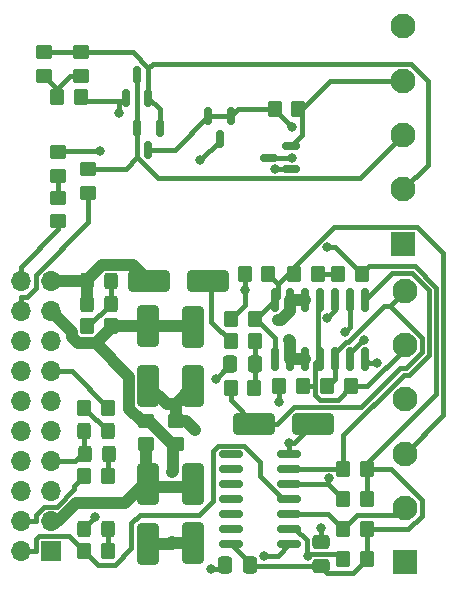
<source format=gbr>
%TF.GenerationSoftware,KiCad,Pcbnew,8.0.0-rc2-358-gd9abaa23a4*%
%TF.CreationDate,2024-02-08T19:09:11+01:00*%
%TF.ProjectId,xDuinoRail-Breakout-RailcomDetect,78447569-6e6f-4526-9169-6c2d42726561,rev?*%
%TF.SameCoordinates,Original*%
%TF.FileFunction,Copper,L1,Top*%
%TF.FilePolarity,Positive*%
%FSLAX46Y46*%
G04 Gerber Fmt 4.6, Leading zero omitted, Abs format (unit mm)*
G04 Created by KiCad (PCBNEW 8.0.0-rc2-358-gd9abaa23a4) date 2024-02-08 19:09:11*
%MOMM*%
%LPD*%
G01*
G04 APERTURE LIST*
G04 Aperture macros list*
%AMRoundRect*
0 Rectangle with rounded corners*
0 $1 Rounding radius*
0 $2 $3 $4 $5 $6 $7 $8 $9 X,Y pos of 4 corners*
0 Add a 4 corners polygon primitive as box body*
4,1,4,$2,$3,$4,$5,$6,$7,$8,$9,$2,$3,0*
0 Add four circle primitives for the rounded corners*
1,1,$1+$1,$2,$3*
1,1,$1+$1,$4,$5*
1,1,$1+$1,$6,$7*
1,1,$1+$1,$8,$9*
0 Add four rect primitives between the rounded corners*
20,1,$1+$1,$2,$3,$4,$5,0*
20,1,$1+$1,$4,$5,$6,$7,0*
20,1,$1+$1,$6,$7,$8,$9,0*
20,1,$1+$1,$8,$9,$2,$3,0*%
G04 Aperture macros list end*
%TA.AperFunction,SMDPad,CuDef*%
%ADD10RoundRect,0.250000X-0.350000X-0.450000X0.350000X-0.450000X0.350000X0.450000X-0.350000X0.450000X0*%
%TD*%
%TA.AperFunction,SMDPad,CuDef*%
%ADD11RoundRect,0.250000X-0.450000X0.350000X-0.450000X-0.350000X0.450000X-0.350000X0.450000X0.350000X0*%
%TD*%
%TA.AperFunction,SMDPad,CuDef*%
%ADD12RoundRect,0.250000X0.350000X0.450000X-0.350000X0.450000X-0.350000X-0.450000X0.350000X-0.450000X0*%
%TD*%
%TA.AperFunction,SMDPad,CuDef*%
%ADD13RoundRect,0.250000X-0.325000X-0.450000X0.325000X-0.450000X0.325000X0.450000X-0.325000X0.450000X0*%
%TD*%
%TA.AperFunction,SMDPad,CuDef*%
%ADD14RoundRect,0.150000X-0.150000X0.587500X-0.150000X-0.587500X0.150000X-0.587500X0.150000X0.587500X0*%
%TD*%
%TA.AperFunction,SMDPad,CuDef*%
%ADD15RoundRect,0.250000X-0.650000X1.500000X-0.650000X-1.500000X0.650000X-1.500000X0.650000X1.500000X0*%
%TD*%
%TA.AperFunction,SMDPad,CuDef*%
%ADD16RoundRect,0.250000X-1.500000X-0.650000X1.500000X-0.650000X1.500000X0.650000X-1.500000X0.650000X0*%
%TD*%
%TA.AperFunction,SMDPad,CuDef*%
%ADD17RoundRect,0.150000X0.587500X0.150000X-0.587500X0.150000X-0.587500X-0.150000X0.587500X-0.150000X0*%
%TD*%
%TA.AperFunction,SMDPad,CuDef*%
%ADD18RoundRect,0.250000X0.650000X-1.500000X0.650000X1.500000X-0.650000X1.500000X-0.650000X-1.500000X0*%
%TD*%
%TA.AperFunction,SMDPad,CuDef*%
%ADD19RoundRect,0.250000X0.337500X0.475000X-0.337500X0.475000X-0.337500X-0.475000X0.337500X-0.475000X0*%
%TD*%
%TA.AperFunction,ComponentPad*%
%ADD20RoundRect,0.250001X0.799999X-0.799999X0.799999X0.799999X-0.799999X0.799999X-0.799999X-0.799999X0*%
%TD*%
%TA.AperFunction,ComponentPad*%
%ADD21C,2.100000*%
%TD*%
%TA.AperFunction,SMDPad,CuDef*%
%ADD22RoundRect,0.150000X-0.150000X0.825000X-0.150000X-0.825000X0.150000X-0.825000X0.150000X0.825000X0*%
%TD*%
%TA.AperFunction,SMDPad,CuDef*%
%ADD23RoundRect,0.150000X0.825000X0.150000X-0.825000X0.150000X-0.825000X-0.150000X0.825000X-0.150000X0*%
%TD*%
%TA.AperFunction,SMDPad,CuDef*%
%ADD24RoundRect,0.250000X0.450000X-0.350000X0.450000X0.350000X-0.450000X0.350000X-0.450000X-0.350000X0*%
%TD*%
%TA.AperFunction,SMDPad,CuDef*%
%ADD25RoundRect,0.250000X0.475000X-0.337500X0.475000X0.337500X-0.475000X0.337500X-0.475000X-0.337500X0*%
%TD*%
%TA.AperFunction,SMDPad,CuDef*%
%ADD26RoundRect,0.150000X0.150000X-0.587500X0.150000X0.587500X-0.150000X0.587500X-0.150000X-0.587500X0*%
%TD*%
%TA.AperFunction,SMDPad,CuDef*%
%ADD27RoundRect,0.250000X-0.337500X-0.475000X0.337500X-0.475000X0.337500X0.475000X-0.337500X0.475000X0*%
%TD*%
%TA.AperFunction,ComponentPad*%
%ADD28R,1.700000X1.700000*%
%TD*%
%TA.AperFunction,ComponentPad*%
%ADD29O,1.700000X1.700000*%
%TD*%
%TA.AperFunction,SMDPad,CuDef*%
%ADD30RoundRect,0.250000X0.325000X0.450000X-0.325000X0.450000X-0.325000X-0.450000X0.325000X-0.450000X0*%
%TD*%
%TA.AperFunction,ViaPad*%
%ADD31C,0.800000*%
%TD*%
%TA.AperFunction,Conductor*%
%ADD32C,0.400000*%
%TD*%
%TA.AperFunction,Conductor*%
%ADD33C,1.000000*%
%TD*%
G04 APERTURE END LIST*
D10*
%TO.P,R101,1*%
%TO.N,/RAILCOM0*%
X143780000Y-107315000D03*
%TO.P,R101,2*%
%TO.N,Net-(D101-A)*%
X145780000Y-107315000D03*
%TD*%
%TO.P,R503,1*%
%TO.N,/CN_A5*%
X165735000Y-106680000D03*
%TO.P,R503,2*%
%TO.N,+3V3*%
X167735000Y-106680000D03*
%TD*%
D11*
%TO.P,R502,1*%
%TO.N,/TRACK_B0*%
X151540800Y-102591100D03*
%TO.P,R502,2*%
%TO.N,/DCC0*%
X151540800Y-104591100D03*
%TD*%
D12*
%TO.P,R401,1*%
%TO.N,/centrale-railcom-feedback/central_railcom-power-source/DCC_NEG*%
X158210000Y-95885000D03*
%TO.P,R401,2*%
%TO.N,Net-(D401-A)*%
X156210000Y-95885000D03*
%TD*%
D10*
%TO.P,R403,1*%
%TO.N,GND*%
X156210000Y-93980000D03*
%TO.P,R403,2*%
%TO.N,+18mV*%
X158210000Y-93980000D03*
%TD*%
%TO.P,R102,1*%
%TO.N,/RAILCOM1*%
X143780000Y-113665000D03*
%TO.P,R102,2*%
%TO.N,Net-(D102-A)*%
X145780000Y-113665000D03*
%TD*%
D13*
%TO.P,D104,1,K*%
%TO.N,/DCC1*%
X144000000Y-92710000D03*
%TO.P,D104,2,A*%
%TO.N,Net-(D103-K)*%
X146050000Y-92710000D03*
%TD*%
D10*
%TO.P,R506,1*%
%TO.N,/CN_A2*%
X165735000Y-114300000D03*
%TO.P,R506,2*%
%TO.N,+3V3*%
X167735000Y-114300000D03*
%TD*%
D13*
%TO.P,D102,1,K*%
%TO.N,GND*%
X143755000Y-111760000D03*
%TO.P,D102,2,A*%
%TO.N,Net-(D102-A)*%
X145805000Y-111760000D03*
%TD*%
D14*
%TO.P,Q202,1,E*%
%TO.N,/rails_signal_feedback_dcc-railcom-8x50/RC_CURR*%
X150175000Y-77802500D03*
%TO.P,Q202,2,B*%
%TO.N,/rails_signal_feedback_dcc-railcom-8x50/RC_FB_IN*%
X148275000Y-77802500D03*
%TO.P,Q202,3,C*%
%TO.N,/rails_signal_feedback_dcc-railcom-8x50/RC_SIGNAL*%
X149225000Y-79677500D03*
%TD*%
D15*
%TO.P,D503,1,K*%
%TO.N,/DCC0*%
X153035000Y-94695000D03*
%TO.P,D503,2,A*%
%TO.N,/TRACK_B0*%
X153035000Y-99695000D03*
%TD*%
D16*
%TO.P,D401,1,K*%
%TO.N,/DCC1*%
X149305000Y-90805000D03*
%TO.P,D401,2,A*%
%TO.N,Net-(D401-A)*%
X154305000Y-90805000D03*
%TD*%
D14*
%TO.P,Q201,1,E*%
%TO.N,/rails_signal_feedback_dcc-railcom-8x50/RC_SIGNAL*%
X156210000Y-76835000D03*
%TO.P,Q201,2,B*%
X154310000Y-76835000D03*
%TO.P,Q201,3,C*%
%TO.N,/RC_GENERATOR1*%
X155260000Y-78710000D03*
%TD*%
D17*
%TO.P,Q204,1,E*%
%TO.N,GND*%
X161290000Y-81275000D03*
%TO.P,Q204,2,B*%
%TO.N,/rails_signal_feedback_dcc-railcom-8x50/RC_ON_OFF*%
X161290000Y-79375000D03*
%TO.P,Q204,3,C*%
%TO.N,/RC_GENERATOR0*%
X159415000Y-80325000D03*
%TD*%
D12*
%TO.P,R103,1*%
%TO.N,/DCC0*%
X146050000Y-94615000D03*
%TO.P,R103,2*%
%TO.N,Net-(D103-K)*%
X144050000Y-94615000D03*
%TD*%
D10*
%TO.P,R404,1*%
%TO.N,Net-(R404-Pad1)*%
X165275000Y-90170000D03*
%TO.P,R404,2*%
%TO.N,+3V3*%
X167275000Y-90170000D03*
%TD*%
D12*
%TO.P,R407,1*%
%TO.N,-18mV*%
X162290000Y-99695000D03*
%TO.P,R407,2*%
%TO.N,GND*%
X160290000Y-99695000D03*
%TD*%
D10*
%TO.P,R203,1*%
%TO.N,/rails_signal_feedback_dcc-railcom-8x50/15R*%
X141510000Y-75200000D03*
%TO.P,R203,2*%
%TO.N,+3V3*%
X143510000Y-75200000D03*
%TD*%
D13*
%TO.P,D105,2,A*%
%TO.N,Net-(D105-A)*%
X145805000Y-103505000D03*
%TO.P,D105,1,K*%
%TO.N,GND*%
X143755000Y-103505000D03*
%TD*%
D12*
%TO.P,R408,1*%
%TO.N,-18mV*%
X166370000Y-99695000D03*
%TO.P,R408,2*%
%TO.N,-750mV*%
X164370000Y-99695000D03*
%TD*%
D18*
%TO.P,D504,1,K*%
%TO.N,/TRACK_B0*%
X149225000Y-99615000D03*
%TO.P,D504,2,A*%
%TO.N,/DCC0*%
X149225000Y-94615000D03*
%TD*%
%TO.P,D501,1,K*%
%TO.N,/DCC0*%
X149225000Y-112990000D03*
%TO.P,D501,2,A*%
%TO.N,/TRACK_A0*%
X149225000Y-107990000D03*
%TD*%
D19*
%TO.P,C601,1*%
%TO.N,+3V3*%
X157787800Y-114849300D03*
%TO.P,C601,2*%
%TO.N,GND*%
X155712800Y-114849300D03*
%TD*%
D13*
%TO.P,D101,1,K*%
%TO.N,GND*%
X143870000Y-105410000D03*
%TO.P,D101,2,A*%
%TO.N,Net-(D101-A)*%
X145920000Y-105410000D03*
%TD*%
D20*
%TO.P,J301,1,Pin_1*%
%TO.N,/CN_A2*%
X170915000Y-114595000D03*
D21*
%TO.P,J301,2,Pin_2*%
%TO.N,/CN_A3*%
X170915000Y-109995000D03*
%TO.P,J301,3,Pin_3*%
%TO.N,+18mV*%
X170915000Y-105395000D03*
%TO.P,J301,4,Pin_4*%
%TO.N,GND*%
X170915000Y-100795000D03*
%TO.P,J301,5,Pin_5*%
%TO.N,-18mV*%
X170915000Y-96195000D03*
%TO.P,J301,6,Pin_6*%
%TO.N,-750mV*%
X170915000Y-91595000D03*
%TD*%
D22*
%TO.P,U501,1*%
%TO.N,/CN_A5*%
X167545000Y-92392500D03*
%TO.P,U501,2*%
%TO.N,/CN_A4*%
X166275000Y-92392500D03*
%TO.P,U501,3,V+*%
%TO.N,+3V3*%
X165005000Y-92392500D03*
%TO.P,U501,4,-*%
%TO.N,-18mV*%
X163735000Y-92392500D03*
%TO.P,U501,5,+*%
%TO.N,/TRACK_A0*%
X162465000Y-92392500D03*
%TO.P,U501,6,-*%
X161195000Y-92392500D03*
%TO.P,U501,7,+*%
%TO.N,+18mV*%
X159925000Y-92392500D03*
%TO.P,U501,8,-*%
X159925000Y-97342500D03*
%TO.P,U501,9,+*%
%TO.N,/TRACK_B0*%
X161195000Y-97342500D03*
%TO.P,U501,10,-*%
X162465000Y-97342500D03*
%TO.P,U501,11,+*%
%TO.N,-18mV*%
X163735000Y-97342500D03*
%TO.P,U501,12,V-*%
%TO.N,-750mV*%
X165005000Y-97342500D03*
%TO.P,U501,13*%
%TO.N,/CN_A2*%
X166275000Y-97342500D03*
%TO.P,U501,14*%
%TO.N,/CN_A3*%
X167545000Y-97342500D03*
%TD*%
D12*
%TO.P,R104,1*%
%TO.N,+3V3*%
X145781400Y-101476700D03*
%TO.P,R104,2*%
%TO.N,Net-(D105-A)*%
X143781400Y-101476700D03*
%TD*%
D10*
%TO.P,R504,1*%
%TO.N,/CN_A4*%
X165735000Y-109220000D03*
%TO.P,R504,2*%
%TO.N,+3V3*%
X167735000Y-109220000D03*
%TD*%
D16*
%TO.P,D402,1,K*%
%TO.N,-750mV*%
X158195000Y-102870000D03*
%TO.P,D402,2,A*%
%TO.N,GND*%
X163195000Y-102870000D03*
%TD*%
D23*
%TO.P,U601,1*%
%TO.N,/RAILCOM0*%
X161160000Y-113030000D03*
%TO.P,U601,2*%
%TO.N,/CN_A2*%
X161160000Y-111760000D03*
%TO.P,U601,3*%
%TO.N,/CN_A3*%
X161160000Y-110490000D03*
%TO.P,U601,4*%
%TO.N,/RAILCOM1*%
X161160000Y-109220000D03*
%TO.P,U601,5*%
%TO.N,/CN_A4*%
X161160000Y-107950000D03*
%TO.P,U601,6*%
%TO.N,/CN_A5*%
X161160000Y-106680000D03*
%TO.P,U601,7,GND*%
%TO.N,GND*%
X161160000Y-105410000D03*
%TO.P,U601,8*%
%TO.N,/centrale-railcom-feedback/central_railcom-merger/RAILCOM_C0*%
X156210000Y-105410000D03*
%TO.P,U601,9*%
%TO.N,/centrale-railcom-feedback/central_railcom-merger/RAILCOM_C1*%
X156210000Y-106680000D03*
%TO.P,U601,10*%
%TO.N,/RAILCOM2*%
X156210000Y-107950000D03*
%TO.P,U601,11*%
%TO.N,/centrale-railcom-feedback/central_railcom-merger/RAILCOM_D0*%
X156210000Y-109220000D03*
%TO.P,U601,12*%
%TO.N,/centrale-railcom-feedback/central_railcom-merger/RAILCOM_D1*%
X156210000Y-110490000D03*
%TO.P,U601,13*%
%TO.N,/RAILCOM3*%
X156210000Y-111760000D03*
%TO.P,U601,14,VCC*%
%TO.N,+3V3*%
X156210000Y-113030000D03*
%TD*%
D24*
%TO.P,R501,1*%
%TO.N,/TRACK_A0*%
X149000800Y-104591100D03*
%TO.P,R501,2*%
%TO.N,/DCC0*%
X149000800Y-102591100D03*
%TD*%
D25*
%TO.P,C602,2*%
%TO.N,GND*%
X163830000Y-112860000D03*
%TO.P,C602,1*%
%TO.N,+3V3*%
X163830000Y-114935000D03*
%TD*%
D10*
%TO.P,R406,1*%
%TO.N,GND*%
X157385000Y-90170000D03*
%TO.P,R406,2*%
%TO.N,+18mV*%
X159385000Y-90170000D03*
%TD*%
D26*
%TO.P,Q203,1,E*%
%TO.N,+3V3*%
X147325000Y-75232500D03*
%TO.P,Q203,2,B*%
%TO.N,/rails_signal_feedback_dcc-railcom-8x50/RC_CURR*%
X149225000Y-75232500D03*
%TO.P,Q203,3,C*%
%TO.N,/rails_signal_feedback_dcc-railcom-8x50/RC_FB_IN*%
X148275000Y-73357500D03*
%TD*%
D27*
%TO.P,C401,1*%
%TO.N,GND*%
X156155900Y-97824800D03*
%TO.P,C401,2*%
%TO.N,/centrale-railcom-feedback/central_railcom-power-source/DCC_NEG*%
X158230900Y-97824800D03*
%TD*%
D15*
%TO.P,D502,1,K*%
%TO.N,/TRACK_A0*%
X153035000Y-107950000D03*
%TO.P,D502,2,A*%
%TO.N,/DCC0*%
X153035000Y-112950000D03*
%TD*%
D28*
%TO.P,J101,1,Pin_1*%
%TO.N,/TRACK_B0*%
X140970000Y-113665000D03*
D29*
%TO.P,J101,2,Pin_2*%
%TO.N,/RAILCOM1*%
X138430000Y-113665000D03*
%TO.P,J101,3,Pin_3*%
%TO.N,/TRACK_A0*%
X140970000Y-111125000D03*
%TO.P,J101,4,Pin_4*%
%TO.N,/RAILCOM0*%
X138430000Y-111125000D03*
%TO.P,J101,5,Pin_5*%
%TO.N,unconnected-(J101-Pin_5-Pad5)*%
X140970000Y-108585000D03*
%TO.P,J101,6,Pin_6*%
%TO.N,unconnected-(J101-Pin_6-Pad6)*%
X138430000Y-108585000D03*
%TO.P,J101,7,Pin_7*%
%TO.N,GND*%
X140970000Y-106045000D03*
%TO.P,J101,8,Pin_8*%
%TO.N,unconnected-(J101-Pin_8-Pad8)*%
X138430000Y-106045000D03*
%TO.P,J101,9,Pin_9*%
%TO.N,unconnected-(J101-Pin_9-Pad9)*%
X140970000Y-103505000D03*
%TO.P,J101,10,Pin_10*%
%TO.N,unconnected-(J101-Pin_10-Pad10)*%
X138430000Y-103505000D03*
%TO.P,J101,11,Pin_11*%
%TO.N,GND*%
X140970000Y-100965000D03*
%TO.P,J101,12,Pin_12*%
%TO.N,unconnected-(J101-Pin_12-Pad12)*%
X138430000Y-100965000D03*
%TO.P,J101,13,Pin_13*%
%TO.N,+3V3*%
X140970000Y-98425000D03*
%TO.P,J101,14,Pin_14*%
%TO.N,unconnected-(J101-Pin_14-Pad14)*%
X138430000Y-98425000D03*
%TO.P,J101,15,Pin_15*%
%TO.N,GND*%
X140970000Y-95885000D03*
%TO.P,J101,16,Pin_16*%
%TO.N,unconnected-(J101-Pin_16-Pad16)*%
X138430000Y-95885000D03*
%TO.P,J101,17,Pin_17*%
%TO.N,/DCC0*%
X140970000Y-93345000D03*
%TO.P,J101,18,Pin_18*%
%TO.N,/DECODER_RAILCOM*%
X138430000Y-93345000D03*
%TO.P,J101,19,Pin_19*%
%TO.N,/DCC1*%
X140970000Y-90805000D03*
%TO.P,J101,20,Pin_20*%
%TO.N,/DECODER_DIGITAL*%
X138430000Y-90805000D03*
%TD*%
D11*
%TO.P,R201,1*%
%TO.N,/rails_signal_feedback_dcc-railcom-8x50/RC_CURR*%
X143510000Y-71390000D03*
%TO.P,R201,2*%
%TO.N,/rails_signal_feedback_dcc-railcom-8x50/15R*%
X143510000Y-73390000D03*
%TD*%
D10*
%TO.P,R204,1*%
%TO.N,/rails_signal_feedback_dcc-railcom-8x50/RC_SIGNAL*%
X159925000Y-76200000D03*
%TO.P,R204,2*%
%TO.N,/rails_signal_feedback_dcc-railcom-8x50/RC_ON_OFF*%
X161925000Y-76200000D03*
%TD*%
D11*
%TO.P,R202,1*%
%TO.N,/rails_signal_feedback_dcc-railcom-8x50/RC_CURR*%
X140405100Y-71390000D03*
%TO.P,R202,2*%
%TO.N,/rails_signal_feedback_dcc-railcom-8x50/15R*%
X140405100Y-73390000D03*
%TD*%
%TO.P,R307,1*%
%TO.N,Net-(R306-Pad2)*%
X141605000Y-83725000D03*
%TO.P,R307,2*%
%TO.N,/DECODER_DIGITAL*%
X141605000Y-85725000D03*
%TD*%
D30*
%TO.P,D103,1,K*%
%TO.N,Net-(D103-K)*%
X146050000Y-90805000D03*
%TO.P,D103,2,A*%
%TO.N,/DCC1*%
X144000000Y-90805000D03*
%TD*%
D11*
%TO.P,R205,1*%
%TO.N,/rails_signal_feedback_dcc-railcom-8x50/RC_FB_IN*%
X144145000Y-81280000D03*
%TO.P,R205,2*%
%TO.N,/DECODER_RAILCOM*%
X144145000Y-83280000D03*
%TD*%
D10*
%TO.P,R402,1*%
%TO.N,-750mV*%
X156189400Y-99780800D03*
%TO.P,R402,2*%
%TO.N,/centrale-railcom-feedback/central_railcom-power-source/DCC_NEG*%
X158189400Y-99780800D03*
%TD*%
D11*
%TO.P,R306,1*%
%TO.N,/RC_GENERATOR1*%
X141605000Y-79867500D03*
%TO.P,R306,2*%
%TO.N,Net-(R306-Pad2)*%
X141605000Y-81867500D03*
%TD*%
D10*
%TO.P,R405,1*%
%TO.N,+18mV*%
X161560000Y-90170000D03*
%TO.P,R405,2*%
%TO.N,Net-(R404-Pad1)*%
X163560000Y-90170000D03*
%TD*%
D20*
%TO.P,J201,1,Pin_1*%
%TO.N,/rails_signal_feedback_dcc-railcom-8x50/RC_SIGNAL*%
X170815000Y-87615000D03*
D21*
%TO.P,J201,2,Pin_2*%
%TO.N,/rails_signal_feedback_dcc-railcom-8x50/RC_CURR*%
X170815000Y-83015000D03*
%TO.P,J201,3,Pin_3*%
%TO.N,/rails_signal_feedback_dcc-railcom-8x50/RC_FB_IN*%
X170815000Y-78415000D03*
%TO.P,J201,4,Pin_4*%
%TO.N,/rails_signal_feedback_dcc-railcom-8x50/RC_ON_OFF*%
X170815000Y-73815000D03*
%TO.P,J201,5,Pin_5*%
%TO.N,GND*%
X170815000Y-69215000D03*
%TD*%
D10*
%TO.P,R505,1*%
%TO.N,/CN_A3*%
X165735000Y-111760000D03*
%TO.P,R505,2*%
%TO.N,+3V3*%
X167735000Y-111760000D03*
%TD*%
D31*
%TO.N,/RC_GENERATOR1*%
X145126600Y-79790200D03*
X153599100Y-80540700D03*
%TO.N,/RC_GENERATOR0*%
X161397200Y-80325000D03*
%TO.N,/rails_signal_feedback_dcc-railcom-8x50/RC_SIGNAL*%
X161379200Y-77723900D03*
%TO.N,/CN_A2*%
X162695400Y-114032800D03*
X167454400Y-95739300D03*
%TO.N,/CN_A3*%
X168538900Y-97706800D03*
%TO.N,/TRACK_B0*%
X161144700Y-95752700D03*
X153192900Y-103407000D03*
%TO.N,/TRACK_A0*%
X160187800Y-94069800D03*
%TO.N,/CN_A4*%
X164515100Y-107481900D03*
X165827000Y-95084500D03*
%TO.N,/DCC0*%
X151242400Y-112868200D03*
X151242400Y-106965800D03*
%TO.N,+3V3*%
X164348300Y-93864100D03*
X164348300Y-87902900D03*
X146757500Y-76497000D03*
%TO.N,/RAILCOM0*%
X159035300Y-114032800D03*
%TO.N,GND*%
X154484600Y-115153200D03*
X160290000Y-101018800D03*
X144724200Y-110738600D03*
X159923100Y-81240800D03*
X157385000Y-91530000D03*
X163830000Y-111667600D03*
X154927700Y-99053000D03*
X161160000Y-104507600D03*
%TD*%
D32*
%TO.N,Net-(R306-Pad2)*%
X141605000Y-81867500D02*
X141605000Y-83725000D01*
%TO.N,Net-(R404-Pad1)*%
X163560000Y-90170000D02*
X165275000Y-90170000D01*
%TO.N,/rails_signal_feedback_dcc-railcom-8x50/15R*%
X142614900Y-73390000D02*
X141510000Y-74494900D01*
X143510000Y-73390000D02*
X142614900Y-73390000D01*
X140405100Y-73390000D02*
X141510000Y-74494900D01*
X141510000Y-74494900D02*
X141510000Y-75200000D01*
%TO.N,/RC_GENERATOR1*%
X155260000Y-78879800D02*
X155260000Y-78710000D01*
X153599100Y-80540700D02*
X155260000Y-78879800D01*
X141682300Y-79790200D02*
X145126600Y-79790200D01*
X141605000Y-79867500D02*
X141682300Y-79790200D01*
%TO.N,/RC_GENERATOR0*%
X161397200Y-80325000D02*
X159415000Y-80325000D01*
%TO.N,/rails_signal_feedback_dcc-railcom-8x50/RC_SIGNAL*%
X156845000Y-76200000D02*
X159925000Y-76200000D01*
X156210000Y-76835000D02*
X156845000Y-76200000D01*
X156210000Y-76835000D02*
X154310000Y-76835000D01*
X151467500Y-79677500D02*
X149225000Y-79677500D01*
X154310000Y-76835000D02*
X151467500Y-79677500D01*
X159925000Y-76269700D02*
X159925000Y-76200000D01*
X161379200Y-77723900D02*
X159925000Y-76269700D01*
%TO.N,/rails_signal_feedback_dcc-railcom-8x50/RC_FB_IN*%
X148275000Y-73357500D02*
X148275000Y-77802500D01*
X147292400Y-81280000D02*
X144145000Y-81280000D01*
X148275000Y-80297400D02*
X147292400Y-81280000D01*
X150043600Y-82066000D02*
X148275000Y-80297400D01*
X167164000Y-82066000D02*
X150043600Y-82066000D01*
X170815000Y-78415000D02*
X167164000Y-82066000D01*
X148275000Y-80297400D02*
X148275000Y-77802500D01*
%TO.N,/rails_signal_feedback_dcc-railcom-8x50/RC_ON_OFF*%
X162223100Y-78441900D02*
X161290000Y-79375000D01*
X162223100Y-76200000D02*
X162223100Y-78441900D01*
X164608100Y-73815000D02*
X162223100Y-76200000D01*
X170815000Y-73815000D02*
X164608100Y-73815000D01*
X162223100Y-76200000D02*
X161925000Y-76200000D01*
%TO.N,Net-(D105-A)*%
X143781400Y-101481400D02*
X143781400Y-101476700D01*
X145805000Y-103505000D02*
X143781400Y-101481400D01*
%TO.N,/rails_signal_feedback_dcc-railcom-8x50/RC_CURR*%
X150175000Y-76182500D02*
X150175000Y-77802500D01*
X149225000Y-75232500D02*
X150175000Y-76182500D01*
X140405100Y-71390000D02*
X143510000Y-71390000D01*
X149576800Y-72363300D02*
X149225000Y-72715100D01*
X171466800Y-72363300D02*
X149576800Y-72363300D01*
X172905600Y-73802100D02*
X171466800Y-72363300D01*
X172905600Y-80924400D02*
X172905600Y-73802100D01*
X170815000Y-83015000D02*
X172905600Y-80924400D01*
X147899900Y-71390000D02*
X149225000Y-72715100D01*
X143510000Y-71390000D02*
X147899900Y-71390000D01*
X149225000Y-72715100D02*
X149225000Y-75232500D01*
%TO.N,Net-(D401-A)*%
X154560300Y-94235300D02*
X156210000Y-95885000D01*
X154560300Y-91060300D02*
X154560300Y-94235300D01*
X154305000Y-90805000D02*
X154560300Y-91060300D01*
%TO.N,Net-(D103-K)*%
X146050000Y-90805000D02*
X146050000Y-92710000D01*
X144145000Y-94615000D02*
X144050000Y-94615000D01*
X146050000Y-92710000D02*
X144145000Y-94615000D01*
%TO.N,Net-(D102-A)*%
X145780000Y-111785000D02*
X145780000Y-113665000D01*
X145805000Y-111760000D02*
X145780000Y-111785000D01*
D33*
%TO.N,/DCC1*%
X144000000Y-90805000D02*
X144000000Y-92710000D01*
X144000000Y-90805000D02*
X140970000Y-90805000D01*
X147889600Y-89389600D02*
X149305000Y-90805000D01*
X145308400Y-89389600D02*
X147889600Y-89389600D01*
X144000000Y-90698000D02*
X145308400Y-89389600D01*
X144000000Y-90805000D02*
X144000000Y-90698000D01*
D32*
%TO.N,/CN_A2*%
X161675900Y-111760000D02*
X161160000Y-111760000D01*
X162639200Y-112723300D02*
X161675900Y-111760000D01*
X162639200Y-113706200D02*
X162639200Y-112723300D01*
X162830600Y-113897600D02*
X162639200Y-113706200D01*
X165332600Y-113897600D02*
X162830600Y-113897600D01*
X165735000Y-114300000D02*
X165332600Y-113897600D01*
X162830600Y-113897600D02*
X162695400Y-114032800D01*
X167364400Y-95739300D02*
X167454400Y-95739300D01*
X166275000Y-96828700D02*
X167364400Y-95739300D01*
X166275000Y-97342500D02*
X166275000Y-96828700D01*
%TO.N,+18mV*%
X159925000Y-92392500D02*
X158337500Y-93980000D01*
X158337500Y-93980000D02*
X158210000Y-93980000D01*
X159925000Y-95567500D02*
X159925000Y-97342500D01*
X158337500Y-93980000D02*
X159925000Y-95567500D01*
X174190500Y-102119500D02*
X170915000Y-105395000D01*
X174190500Y-88396400D02*
X174190500Y-102119500D01*
X171949400Y-86155300D02*
X174190500Y-88396400D01*
X164954400Y-86155300D02*
X171949400Y-86155300D01*
X161560000Y-89549700D02*
X164954400Y-86155300D01*
X161560000Y-90170000D02*
X161560000Y-89549700D01*
X161016400Y-90170000D02*
X161560000Y-90170000D01*
X160200700Y-90985700D02*
X161016400Y-90170000D01*
X159385000Y-90170000D02*
X160200700Y-90985700D01*
X160200700Y-92116800D02*
X159925000Y-92392500D01*
X160200700Y-90985700D02*
X160200700Y-92116800D01*
%TO.N,/CN_A3*%
X164465000Y-110490000D02*
X165735000Y-111760000D01*
X161160000Y-110490000D02*
X164465000Y-110490000D01*
X166900700Y-110594300D02*
X165735000Y-111760000D01*
X170315700Y-110594300D02*
X166900700Y-110594300D01*
X170915000Y-109995000D02*
X170315700Y-110594300D01*
X167909300Y-97706800D02*
X168538900Y-97706800D01*
X167545000Y-97342500D02*
X167909300Y-97706800D01*
%TO.N,/DECODER_RAILCOM*%
X138430000Y-93345000D02*
X138430000Y-92093300D01*
X138977700Y-92093300D02*
X138430000Y-92093300D01*
X139681700Y-91389300D02*
X138977700Y-92093300D01*
X139681700Y-90233300D02*
X139681700Y-91389300D01*
X144145000Y-85770000D02*
X139681700Y-90233300D01*
X144145000Y-83280000D02*
X144145000Y-85770000D01*
%TO.N,/DECODER_DIGITAL*%
X141605000Y-86378300D02*
X141605000Y-85725000D01*
X138430000Y-89553300D02*
X141605000Y-86378300D01*
X138430000Y-90805000D02*
X138430000Y-89553300D01*
D33*
%TO.N,/TRACK_B0*%
X152377000Y-102591100D02*
X153192900Y-103407000D01*
X151540800Y-102591100D02*
X152377000Y-102591100D01*
X150799200Y-101189200D02*
X151540800Y-101189200D01*
X149225000Y-99615000D02*
X150799200Y-101189200D01*
X153035000Y-99695000D02*
X151540800Y-101189200D01*
X151540800Y-101189200D02*
X151540800Y-102591100D01*
X161195000Y-95803000D02*
X161144700Y-95752700D01*
X161195000Y-97342500D02*
X161195000Y-95803000D01*
X161195000Y-97342500D02*
X162465000Y-97342500D01*
%TO.N,/TRACK_A0*%
X161195000Y-92392500D02*
X162465000Y-92392500D01*
X152817500Y-108167500D02*
X153035000Y-107950000D01*
X149402500Y-108167500D02*
X152817500Y-108167500D01*
X149225000Y-107990000D02*
X149402500Y-108167500D01*
X147229100Y-109537500D02*
X149000800Y-107765800D01*
X143115000Y-109537500D02*
X147229100Y-109537500D01*
X141527500Y-111125000D02*
X143115000Y-109537500D01*
X140970000Y-111125000D02*
X141527500Y-111125000D01*
X149225000Y-107990000D02*
X149000800Y-107765800D01*
X149000800Y-107765800D02*
X149000800Y-104591100D01*
X160430200Y-94069800D02*
X160187800Y-94069800D01*
X161195000Y-93305000D02*
X160430200Y-94069800D01*
X161195000Y-92392500D02*
X161195000Y-93305000D01*
D32*
%TO.N,/CN_A4*%
X166275000Y-94636500D02*
X166275000Y-92392500D01*
X165827000Y-95084500D02*
X166275000Y-94636500D01*
X164465000Y-107532000D02*
X164515100Y-107481900D01*
X164465000Y-107950000D02*
X164465000Y-107532000D01*
X161160000Y-107950000D02*
X164465000Y-107950000D01*
X164465000Y-107950000D02*
X165735000Y-109220000D01*
%TO.N,/CN_A5*%
X161160000Y-106680000D02*
X165735000Y-106680000D01*
X165735000Y-103816300D02*
X165735000Y-106680000D01*
X170836000Y-98715300D02*
X165735000Y-103816300D01*
X171311700Y-98715300D02*
X170836000Y-98715300D01*
X172971700Y-97055300D02*
X171311700Y-98715300D01*
X172971700Y-91565100D02*
X172971700Y-97055300D01*
X171532400Y-90125800D02*
X172971700Y-91565100D01*
X169811700Y-90125800D02*
X171532400Y-90125800D01*
X167545000Y-92392500D02*
X169811700Y-90125800D01*
%TO.N,Net-(D101-A)*%
X145780000Y-105550000D02*
X145780000Y-107315000D01*
X145920000Y-105410000D02*
X145780000Y-105550000D01*
%TO.N,/centrale-railcom-feedback/central_railcom-power-source/DCC_NEG*%
X158210000Y-97803900D02*
X158210000Y-95885000D01*
X158230900Y-97824800D02*
X158210000Y-97803900D01*
X158230900Y-99739300D02*
X158230900Y-97824800D01*
X158189400Y-99780800D02*
X158230900Y-99739300D01*
%TO.N,-18mV*%
X163546600Y-97154100D02*
X163735000Y-97342500D01*
X163546600Y-92580900D02*
X163546600Y-97154100D01*
X163735000Y-92392500D02*
X163546600Y-92580900D01*
X163367300Y-99695000D02*
X162290000Y-99695000D01*
X163367300Y-97710200D02*
X163367300Y-99695000D01*
X163735000Y-97342500D02*
X163367300Y-97710200D01*
X165267300Y-100797700D02*
X166370000Y-99695000D01*
X163749800Y-100797700D02*
X165267300Y-100797700D01*
X163367300Y-100415200D02*
X163749800Y-100797700D01*
X163367300Y-99695000D02*
X163367300Y-100415200D01*
X170915000Y-96488900D02*
X170915000Y-96195000D01*
X167708900Y-99695000D02*
X170915000Y-96488900D01*
X166370000Y-99695000D02*
X167708900Y-99695000D01*
D33*
%TO.N,/DCC0*%
X153035000Y-112950000D02*
X151242400Y-112950000D01*
X151202400Y-112990000D02*
X151242400Y-112950000D01*
X149225000Y-112990000D02*
X151202400Y-112990000D01*
X151242400Y-112950000D02*
X151242400Y-112868200D01*
X151343300Y-106864900D02*
X151242400Y-106965800D01*
X151343300Y-104663600D02*
X151343300Y-106864900D01*
X151468300Y-104663600D02*
X151343300Y-104663600D01*
X151540800Y-104591100D02*
X151468300Y-104663600D01*
X149270800Y-102591100D02*
X149000800Y-102591100D01*
X151343300Y-104663600D02*
X149270800Y-102591100D01*
X148645400Y-102591100D02*
X149000800Y-102591100D01*
X147622300Y-101568000D02*
X148645400Y-102591100D01*
X147622300Y-98856100D02*
X147622300Y-101568000D01*
X144790500Y-96024300D02*
X147622300Y-98856100D01*
X143265800Y-96024300D02*
X144790500Y-96024300D01*
X142727900Y-95486400D02*
X143265800Y-96024300D01*
X142727900Y-95102900D02*
X142727900Y-95486400D01*
X140970000Y-93345000D02*
X142727900Y-95102900D01*
X146050000Y-94764800D02*
X146050000Y-94615000D01*
X144790500Y-96024300D02*
X146050000Y-94764800D01*
X146050000Y-94615000D02*
X149225000Y-94615000D01*
X152955000Y-94615000D02*
X153035000Y-94695000D01*
X149225000Y-94615000D02*
X152955000Y-94615000D01*
D32*
%TO.N,-750mV*%
X170915000Y-91595000D02*
X169642600Y-92867400D01*
X156189400Y-100864400D02*
X156189400Y-99780800D01*
X158195000Y-102870000D02*
X156189400Y-100864400D01*
X165005000Y-96824800D02*
X165005000Y-97342500D01*
X165943600Y-95886200D02*
X165005000Y-96824800D01*
X166159000Y-95886200D02*
X165943600Y-95886200D01*
X169177800Y-92867400D02*
X166159000Y-95886200D01*
X169642600Y-92867400D02*
X169177800Y-92867400D01*
X165005000Y-99060000D02*
X164370000Y-99695000D01*
X165005000Y-97342500D02*
X165005000Y-99060000D01*
X172368500Y-95593300D02*
X169642600Y-92867400D01*
X172368500Y-96807700D02*
X172368500Y-95593300D01*
X171062600Y-98113600D02*
X172368500Y-96807700D01*
X170547200Y-98113600D02*
X171062600Y-98113600D01*
X167261200Y-101399600D02*
X170547200Y-98113600D01*
X161592500Y-101399600D02*
X167261200Y-101399600D01*
X160122100Y-102870000D02*
X161592500Y-101399600D01*
X158195000Y-102870000D02*
X160122100Y-102870000D01*
%TO.N,+3V3*%
X166582600Y-115452400D02*
X167735000Y-114300000D01*
X164347400Y-115452400D02*
X166582600Y-115452400D01*
X163830000Y-114935000D02*
X164347400Y-115452400D01*
X165005000Y-93207400D02*
X164348300Y-93864100D01*
X165005000Y-92392500D02*
X165005000Y-93207400D01*
X157873500Y-114935000D02*
X163830000Y-114935000D01*
X157787800Y-114849300D02*
X157873500Y-114935000D01*
X157787800Y-114607800D02*
X157787800Y-114849300D01*
X156210000Y-113030000D02*
X157787800Y-114607800D01*
X167735000Y-111760000D02*
X167735000Y-114300000D01*
X165007900Y-87902900D02*
X164348300Y-87902900D01*
X167275000Y-90170000D02*
X165007900Y-87902900D01*
X167735000Y-109220000D02*
X167735000Y-106680000D01*
X171229300Y-111760000D02*
X167735000Y-111760000D01*
X172367600Y-110621700D02*
X171229300Y-111760000D01*
X172367600Y-109322200D02*
X172367600Y-110621700D01*
X169725400Y-106680000D02*
X172367600Y-109322200D01*
X167735000Y-106680000D02*
X169725400Y-106680000D01*
X142729700Y-98425000D02*
X140970000Y-98425000D01*
X145781400Y-101476700D02*
X142729700Y-98425000D01*
X167735000Y-106179200D02*
X167735000Y-106680000D01*
X173588800Y-100325400D02*
X167735000Y-106179200D01*
X173588800Y-91320500D02*
X173588800Y-100325400D01*
X171782800Y-89514500D02*
X173588800Y-91320500D01*
X167930500Y-89514500D02*
X171782800Y-89514500D01*
X167275000Y-90170000D02*
X167930500Y-89514500D01*
X146757500Y-75516200D02*
X146757500Y-76497000D01*
X147041300Y-75516200D02*
X146757500Y-75516200D01*
X147325000Y-75232500D02*
X147041300Y-75516200D01*
X143826200Y-75516200D02*
X143510000Y-75200000D01*
X146757500Y-75516200D02*
X143826200Y-75516200D01*
%TO.N,/RAILCOM1*%
X142510000Y-112395000D02*
X143780000Y-113665000D01*
X139934700Y-112395000D02*
X142510000Y-112395000D01*
X139681700Y-112648000D02*
X139934700Y-112395000D01*
X139681700Y-113665000D02*
X139681700Y-112648000D01*
X138430000Y-113665000D02*
X139681700Y-113665000D01*
X160638800Y-109220000D02*
X161160000Y-109220000D01*
X158685000Y-107266200D02*
X160638800Y-109220000D01*
X158685000Y-106114600D02*
X158685000Y-107266200D01*
X157277700Y-104707300D02*
X158685000Y-106114600D01*
X155139700Y-104707300D02*
X157277700Y-104707300D01*
X154731600Y-105115400D02*
X155139700Y-104707300D01*
X154731600Y-109369000D02*
X154731600Y-105115400D01*
X153510200Y-110590400D02*
X154731600Y-109369000D01*
X148480700Y-110590400D02*
X153510200Y-110590400D01*
X147791300Y-111279800D02*
X148480700Y-110590400D01*
X147791300Y-113400600D02*
X147791300Y-111279800D01*
X146391500Y-114800400D02*
X147791300Y-113400600D01*
X144915400Y-114800400D02*
X146391500Y-114800400D01*
X143780000Y-113665000D02*
X144915400Y-114800400D01*
%TO.N,/RAILCOM0*%
X142941600Y-108153400D02*
X143780000Y-107315000D01*
X142941500Y-108153400D02*
X142941600Y-108153400D01*
X142941500Y-108383700D02*
X142941500Y-108153400D01*
X141451900Y-109873300D02*
X142941500Y-108383700D01*
X140385700Y-109873300D02*
X141451900Y-109873300D01*
X139681700Y-110577300D02*
X140385700Y-109873300D01*
X139681700Y-111125000D02*
X139681700Y-110577300D01*
X138430000Y-111125000D02*
X139681700Y-111125000D01*
X160157200Y-114032800D02*
X159035300Y-114032800D01*
X161160000Y-113030000D02*
X160157200Y-114032800D01*
%TO.N,GND*%
X155408900Y-115153200D02*
X155712800Y-114849300D01*
X154484600Y-115153200D02*
X155408900Y-115153200D01*
X160290000Y-99695000D02*
X160290000Y-101018800D01*
X143755000Y-111707800D02*
X143755000Y-111760000D01*
X144724200Y-110738600D02*
X143755000Y-111707800D01*
X161255800Y-81240800D02*
X161290000Y-81275000D01*
X159923100Y-81240800D02*
X161255800Y-81240800D01*
X143005000Y-106045000D02*
X143755000Y-105295000D01*
X140970000Y-106045000D02*
X143005000Y-106045000D01*
X143870000Y-105410000D02*
X143755000Y-105295000D01*
X143755000Y-105295000D02*
X143755000Y-103505000D01*
X157385000Y-90170000D02*
X157385000Y-91530000D01*
X157385000Y-92805000D02*
X156210000Y-93980000D01*
X157385000Y-91530000D02*
X157385000Y-92805000D01*
X163830000Y-112860000D02*
X163830000Y-111667600D01*
X154927700Y-99053000D02*
X156155900Y-97824800D01*
X161160000Y-105410000D02*
X161160000Y-104507600D01*
X161557400Y-104507600D02*
X163195000Y-102870000D01*
X161160000Y-104507600D02*
X161557400Y-104507600D01*
%TD*%
M02*

</source>
